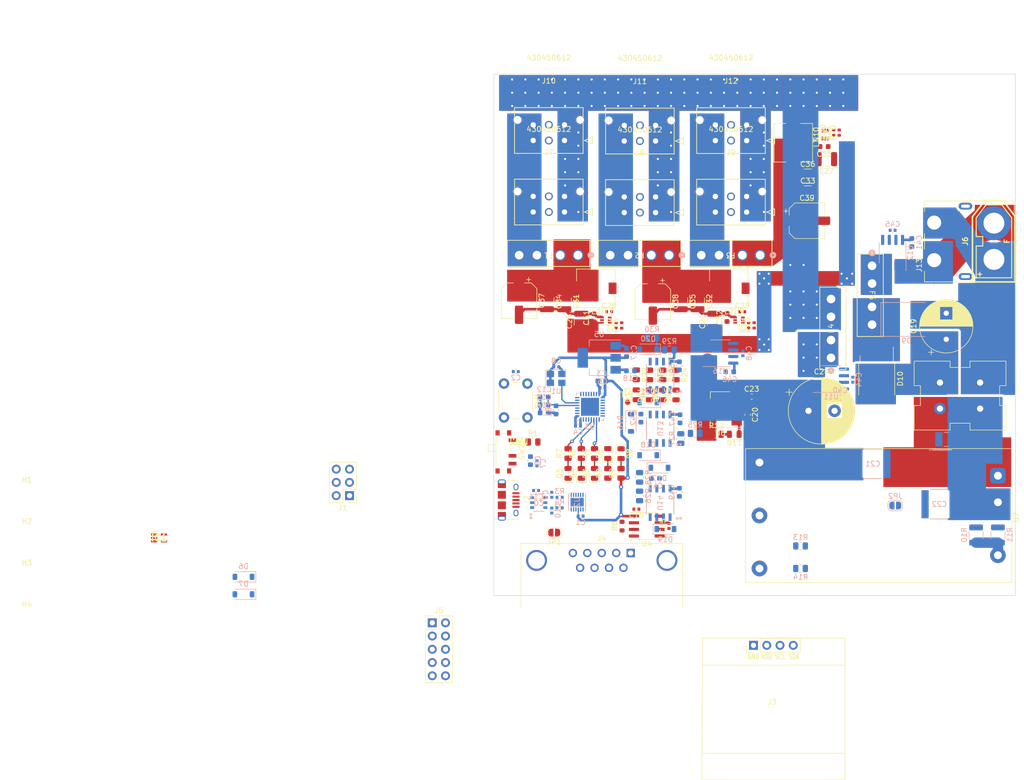
<source format=kicad_pcb>
(kicad_pcb (version 20221018) (generator pcbnew)
  (layers (0 "F.Cu" signal) (31 "B.Cu" signal) (34 "B.Paste" user) (35 "F.Paste" user) (36 "B.SilkS" user "B.Silkscreen") (37 "F.SilkS" user "F.Silkscreen") (38 "B.Mask" user) (39 "F.Mask" user) (44 "Edge.Cuts" user))
  (net 0 "")
  (net 1 "+3V3")
  (net 2 "GND")
  (net 3 "/NRST")
  (net 4 "+5V")
  (net 5 "Net-(C9-Pad2)")
  (net 6 "Net-(C10-Pad2)")
  (net 7 "VBUS_UP")
  (net 8 "+3.3VA")
  (net 9 "Net-(D10-K)")
  (net 10 "/Power/Battery_Terminal_2")
  (net 11 "/Power/DCDC_V_{in}")
  (net 12 "/Power/12V_Unsensed")
  (net 13 "Net-(JP2-B)")
  (net 14 "/Power/12V_Buck")
  (net 15 "Net-(U17-SW)")
  (net 16 "Net-(U17-BST)")
  (net 17 "Net-(U9-SW)")
  (net 18 "Net-(U9-BST)")
  (net 19 "Net-(U10-SW)")
  (net 20 "Net-(U10-BST)")
  (net 21 "/Power/5V_1")
  (net 22 "/Power/5V_2")
  (net 23 "/Power/5V_3")
  (net 24 "Net-(D16-K)")
  (net 25 "Net-(D17-K)")
  (net 26 "Net-(D18-K)")
  (net 27 "Net-(D19-K)")
  (net 28 "Net-(D21-K)")
  (net 29 "Net-(D1-K)")
  (net 30 "Net-(J2-D-)")
  (net 31 "Net-(J2-D+)")
  (net 32 "Net-(D3-A)")
  (net 33 "Net-(D4-A)")
  (net 34 "Net-(D5-A)")
  (net 35 "Net-(D8-A)")
  (net 36 "Net-(D9-K)")
  (net 37 "Net-(D11-A)")
  (net 38 "Net-(D12-A)")
  (net 39 "Net-(D13-A)")
  (net 40 "Net-(D14-A)")
  (net 41 "Net-(D15-A)")
  (net 42 "/Power/Current & Voltage Senseing/u11_unused")
  (net 43 "/Power/outputs/5V_1")
  (net 44 "/Power/outputs/5V_2")
  (net 45 "/Power/outputs/5V_3")
  (net 46 "/Power/12V_PCBs")
  (net 47 "/Power/outputs/12V_PCBs")
  (net 48 "/Power/Battery_Terminal_1")
  (net 49 "/DEBUG_SWO")
  (net 50 "/DEBUG_SWCLK")
  (net 51 "/DEBUG_SWDIO")
  (net 52 "/GPIO6")
  (net 53 "/GPIO5")
  (net 54 "/GPIO4")
  (net 55 "/GPIO3")
  (net 56 "/GPIO2")
  (net 57 "/GPIO1")
  (net 59 "/SCL")
  (net 60 "/SDA")
  (net 62 "/CAN_L")
  (net 65 "Net-(JP1-A)")
  (net 67 "/CAN_H")
  (net 72 "/Power/Battery_Terminal_1_Unsensed")
  (net 73 "Net-(SW2-B)")
  (net 74 "/BOOT0")
  (net 75 "Net-(U2-CBUS0)")
  (net 76 "Net-(U2-USBDP)")
  (net 77 "Net-(U2-USBDM)")
  (net 78 "/GPLED1")
  (net 79 "/GPLED2")
  (net 80 "/GPLED3")
  (net 81 "/Power/DCDC_CTRL")
  (net 82 "Net-(U7-Trim)")
  (net 83 "Net-(U17-FB)")
  (net 84 "Net-(U9-FB)")
  (net 85 "Net-(U10-FB)")
  (net 86 "Net-(U3-PA8)")
  (net 87 "/XCLK")
  (net 90 "/UART_RX")
  (net 92 "/UART_TX")
  (net 94 "/ADC_Battery_Voltage")
  (net 95 "/Battery_Curr")
  (net 96 "/12V_Current_Out")
  (net 97 "/ADC_12V_Voltage_Out")
  (net 98 "/12V_Current_Buck")
  (net 99 "/CAN_RX")
  (net 100 "/CAN_TX")
  (net 101 "/CAN_STBY")
  (net 102 "Net-(U15B-+)")
  (footprint "Resistor_SMD:R_0805_2012Metric" (layer "F.Cu") (at 102.5125 129.54)
    (fp_text reference "R1")
    (fp_text value "10k")
  )
  (footprint "Resistor_SMD:R_0805_2012Metric" (layer "F.Cu") (at 114.3 131.7475 90)
    (fp_text reference "R5")
    (fp_text value "220R")
  )
  (footprint "LED_SMD:LED_0805_2012Metric" (layer "F.Cu") (at 127.381 120.523 90)
    (fp_text reference "D12")
    (fp_text value "BLUE")
  )
  (footprint "Capacitor_SMD:C_0402_1005Metric" (layer "F.Cu") (at 128.57 145.65 90)
    (fp_text reference "C15")
    (fp_text value "100n")
  )
  (footprint "Package_TO_SOT_SMD:SOT-563" (layer "F.Cu") (at 158.496 70.6 90)
    (fp_text reference "U10")
    (fp_text value "AP62250Z6")
  )
  (footprint "Resistor_SMD:R_0805_2012Metric" (layer "F.Cu") (at 122.301 116.663 -90)
    (fp_text reference "R22")
    (fp_text value "560R")
  )
  (footprint "Resistor_SMD:R_0805_2012Metric" (layer "F.Cu") (at 137.655 128.067)
    (fp_text reference "R12")
    (fp_text value "560R")
  )
  (footprint "Resistor_SMD:R_0805_2012Metric" (layer "F.Cu") (at 124.841 116.688 -90)
    (fp_text reference "R23")
    (fp_text value "560R")
  )
  (footprint "Resistor_SMD:R_0603_1608Metric" (layer "F.Cu") (at 119.57 145.67 90)
    (fp_text reference "R8")
    (fp_text value "120R")
  )
  (footprint "Capacitor_SMD:CP_Elec_6.3x7.7" (layer "F.Cu") (at 99.822 102.456 -90)
    (fp_text reference "C37")
    (fp_text value "100u")
  )
  (footprint "Capacitor_SMD:C_1210_3225Metric" (layer "F.Cu") (at 130.81 102.616 -90)
    (fp_text reference "C35")
    (fp_text value "22u")
  )
  (footprint "Capacitor_SMD:C_0603_1608Metric" (layer "F.Cu") (at 144.43 120.817)
    (fp_text reference "C23")
    (fp_text value "10u")
  )
  (footprint "BP_FTP:CMC" (layer "F.Cu") (at 182.88 119.4 -90)
    (fp_text reference "FL1" hide)
    (fp_text value "Filter_EMI_LL_1423" hide)
  )
  (footprint "MountingHole:MountingHole_3.2mm_M3" (layer "F.Cu") (at 5.45 156.91)
    (fp_text reference "H3")
    (fp_text value "MountingHole")
  )
  (footprint "Button_Switch_THT:SW_PUSH_6mm_H5mm" (layer "F.Cu") (at 101.437 118.341 -90)
    (fp_text reference "SW1")
    (fp_text value "RESET")
  )
  (footprint "LED_SMD:LED_0805_2012Metric" (layer "F.Cu") (at 141.085 128.067 180)
    (fp_text reference "D11")
    (fp_text value "BLUE")
  )
  (footprint "Capacitor_SMD:C_1210_3225Metric" (layer "F.Cu") (at 155.194 81.788)
    (fp_text reference "C33")
    (fp_text value "22u")
  )
  (footprint "Package_TO_SOT_SMD:SOT-563" (layer "F.Cu") (at 141.998 106.172)
    (fp_text reference "U9")
    (fp_text value "AP62250Z6")
  )
  (footprint "BP_FTP:CON_430450612_MOL" (layer "F.Cu") (at 143.4601 85.4685)
    (fp_text reference "J9")
    (fp_text value "STD_PWR_HEADER")
  )
  (footprint "Capacitor_SMD:C_1210_3225Metric" (layer "F.Cu") (at 134.02475 102.60425 -90)
    (fp_text reference "C32")
    (fp_text value "22u")
  )
  (footprint "Resistor_SMD:R_0805_2012Metric" (layer "F.Cu") (at 111.76 131.7475 90)
    (fp_text reference "R6")
    (fp_text value "220R")
  )
  (footprint "BP_FTP:XT-60_female" (layer "F.Cu") (at 190.881 91.059 90)
    (fp_text reference "J6")
    (fp_text value "AMASS XT60-F Vertical" hide)
  )
  (footprint "BP_FTP:CON_430450612_MOL" (layer "F.Cu") (at 143.463113 71.751)
    (fp_text reference "J12")
    (fp_text value "STD_PWR_HEADER")
  )
  (footprint "Connector_PinHeader_2.54mm:PinHeader_2x05_P2.54mm_Vertical" (layer "F.Cu") (at 83.185 164.211)
    (fp_text reference "J5")
    (fp_text value "GPIO")
  )
  (footprint "Capacitor_SMD:C_0402_1005Metric" (layer "F.Cu") (at 142.621 104.57)
    (fp_text reference "C29")
    (fp_text value "100n")
  )
  (footprint "Resistor_SMD:R_0805_2012Metric" (layer "F.Cu") (at 127.381 116.688 -90)
    (fp_text reference "R15")
    (fp_text value "1k98")
  )
  (footprint "Resistor_SMD:R_0402_1005Metric" (layer "F.Cu") (at 144.907 107.186 90)
    (fp_text reference "R18")
    (fp_text value "52.3k")
  )
  (footprint "Package_TO_SOT_SMD:SOT-223-3_TabPin2" (layer "F.Cu") (at 138.405 123.317 180)
    (fp_text reference "U6")
    (fp_text value "AZ1117IH-5.0")
  )
  (footprint "Capacitor_SMD:C_0603_1608Metric" (layer "F.Cu") (at 114.173 105.742 90)
    (fp_text reference "C51")
    (fp_text value "100n")
  )
  (footprint "Capacitor_SMD:C_1210_3225Metric" (layer "F.Cu") (at 111.76 106.426 90)
    (fp_text reference "C25")
    (fp_text value "10u")
  )
  (footprint "BP_FTP:L_7.3x7.3_H3.5" (layer "F.Cu") (at 152.4 72.172 -90)
    (fp_text reference "L3")
    (fp_text value "2.2u")
  )
  (footprint "Capacitor_SMD:C_0402_1005Metric" (layer "F.Cu") (at 122.32 142.42 180)
    (fp_text reference "C16")
    (fp_text value "100n")
  )
  (footprint "BP_FTP:SOT65P210X110-5N" (layer "F.Cu") (at 30.8 147.94)
    (fp_text reference "IC1")
    (fp_text value "ESDALC6V1W5" hide)
  )
  (footprint "BP_FTP:AMASS_XT60PW-F" (layer "F.Cu") (at 179.42 91.078 90)
    (fp_text reference "J13")
    (fp_text value "AMASS XT60-F Horizontal")
  )
  (footprint "Resistor_SMD:R_0805_2012Metric" (layer "F.Cu") (at 119.38 135.5475 90)
    (fp_text reference "R9")
    (fp_text value "260R")
  )
  (footprint "Package_TO_SOT_SMD:TO-252-2" (layer "F.Cu") (at 168.402 117.426 -90)
    (fp_text reference "D10")
    (fp_text value "MBRD835")
  )
  (footprint "Resistor_SMD:R_0805_2012Metric" (layer "F.Cu") (at 109.22 131.7475 90)
    (fp_text reference "R7")
    (fp_text value "220R")
  )
  (footprint "Package_TO_SOT_SMD:SOT-563" (layer "F.Cu") (at 116.471 106.172)
    (fp_text reference "U17")
    (fp_text value "~")
  )
  (footprint "TestPoint:TestPoint_Pad_D1.0mm" (layer "F.Cu") (at 120.65 121.92)
    (fp_text reference "TP1")
    (fp_text value "MCO")
  )
  (footprint "Resistor_SMD:R_0402_1005Metric" (layer "F.Cu") (at 143.842 107.186 90)
    (fp_text reference "R19")
    (fp_text value "10k")
  )
  (footprint "BP_FTP:CONN_3544-2_KEY" (layer "F.Cu") (at 167.513 95.755998 -90)
    (fp_text reference "F5")
    (fp_text value "3544-2")
  )
  (footprint "Resistor_SMD:R_0402_1005Metric" (layer "F.Cu") (at 160.147 70.229 90)
    (fp_text reference "R21")
    (fp_text value "10k")
  )
  (footprint "Connector_PinHeader_2.54mm:PinHeader_2x03_P2.54mm_Vertical" (layer "F.Cu") (at 67.315 139.832 180)
    (fp_text reference "J1")
    (fp_text value "Conn_01x06_Pin")
  )
  (footprint "BP_FTP:CONN_3544-2_KEY" (layer "F.Cu") (at 128.5875 93.726 180)
    (fp_text reference "F2")
    (fp_text value "3544-2")
  )
  (footprint "Capacitor_SMD:C_1210_3225Metric" (layer "F.Cu") (at 137.287 106.426 90)
    (fp_text reference "C26")
    (fp_text value "10u")
  )
  (footprint "Capacitor_SMD:C_1210_3225Metric" (layer "F.Cu") (at 108.49775 102.60425 -90)
    (fp_text reference "C31")
    (fp_text value "22u")
  )
  (footprint "Jumper:SolderJumper-2_P1.3mm_Open_RoundedPad1.0x1.5mm" (layer "F.Cu") (at 106.57 146.92 180)
    (fp_text reference "JP1")
    (fp_text value "SolderJumper_2_Open")
  )
  (footprint "Connector_USB:USB_Micro-B_Amphenol_10118194_Horizontal" (layer "F.Cu") (at 97.833 140.672 -90)
    (fp_text reference "J2")
    (fp_text value "USB_B_Micro")
  )
  (footprint "LED_SMD:LED_0805_2012Metric" (layer "F.Cu") (at 122.301 120.498 90)
    (fp_text reference "D13")
    (fp_text value "BLUE")
  )
  (footprint "LED_SMD:LED_0805_2012Metric" (layer "F.Cu") (at 111.76 135.5575 90)
    (fp_text reference "D4")
    (fp_text value "RED")
  )
  (footprint "BP_FTP:L_7.3x7.3_H3.5" (layer "F.Cu") (at 140.056 100.076 180)
    (fp_text reference "L2")
    (fp_text value "2.2u")
  )
  (footprint "Capacitor_SMD:C_1210_3225Metric" (layer "F.Cu") (at 158.75 75.311 180)
    (fp_text reference "C27")
    (fp_text value "10u")
  )
  (footprint "LED_SMD:LED_0805_2012Metric" (layer "F.Cu") (at 129.921 120.523 90)
    (fp_text reference "D15")
    (fp_text value "BLUE")
  )
  (footprint "Resistor_SMD:R_0402_1005Metric" (layer "F.Cu") (at 118.442 107.19 90)
    (fp_text reference "R17")
    (fp_text value "10k")
  )
  (footprint "BP_FTP:L_7.3x7.3_H3.5" (layer "F.Cu") (at 114.554 100.076 180)
    (fp_text reference "L1")
    (fp_text value "2.2u")
  )
  (footprint "Capacitor_SMD:C_0603_1608Metric" (layer "F.Cu") (at 158.32 72.898 180)
    (fp_text reference "C53")
    (fp_text value "100n")
  )
  (footprint "Resistor_SMD:R_0402_1005Metric" (layer "F.Cu") (at 119.507 107.19 90)
    (fp_text reference "R16")
    (fp_text value "52.3k")
  )
  (footprint "BP_FTP:CON_430450612_MOL" (layer "F.Cu") (at 125.999106 71.836001)
    (fp_text reference "J11")
    (fp_text value "STD_PWR_HEADER")
  )
  (footprint "MountingHole:MountingHole_3.2mm_M3" (layer "F.Cu") (at 5.45 148.96)
    (fp_text reference "H2")
    (fp_text value "MountingHole")
  )
  (footprint "BP_FTP:CONN_3544-2_KEY" (layer "F.Cu") (at 111.125 93.726 180)
    (fp_text reference "F1")
    (fp_text value "3544-2")
  )
  (footprint "BP_FTP:CON_430450612_MOL" (layer "F.Cu") (at 125.9976 85.553501)
    (fp_text reference "J8")
    (fp_text value "STD_PWR_HEADER")
  )
  (footprint "Package_SO:SOIC-8_3.9x4.9mm_P1.27mm" (layer "F.Cu") (at 124.32 145.67 180)
    (fp_text reference "U4")
    (fp_text value "MCP2542FD-E/SN")
  )
  (footprint "Capacitor_SMD:C_0402_1005Metric" (layer "F.Cu") (at 117.094 104.57)
    (fp_text reference "C28")
    (fp_text value "100n")
  )
  (footprint "MountingHole:MountingHole_3.2mm_M3" (layer "F.Cu") (at 5.45 164.86)
    (fp_text reference "H4")
    (fp_text value "MountingHole")
  )
  (footprint "Resistor_SMD:R_0805_2012Metric" (layer "F.Cu") (at 116.84 135.5575 90)
    (fp_text reference "R2")
    (fp_text value "220R")
  )
  (footprint "Capacitor_SMD:CP_Elec_6.3x7.7" (layer "F.Cu") (at 125.476 102.616 -90)
    (fp_text reference "C38")
    (fp_text value "100u")
  )
  (footprint "BP_FTP:CON_430450612_MOL" (layer "F.Cu") (at 108.5351 85.4505)
    (fp_text reference "J7")
    (fp_text value "STD_PWR_HEADER")
  )
  (footprint "Capacitor_SMD:C_0603_1608Metric" (layer "F.Cu") (at 139.7 105.664 90)
    (fp_text reference "C52")
    (fp_text value "100n")
  )
  (footprint "Capacitor_THT:CP_Radial_D12.5mm_P5.00mm" (layer "F.Cu") (at 155.321 123.571)
    (fp_text reference "C24")
    (fp_text value "1m")
  )
  (footprint "Capacitor_SMD:C_1210_3225Metric" (layer "F.Cu") (at 105.156 102.60425 -90)
    (fp_text reference "C34")
    (fp_text value "22u")
  )
  (footprint "Converter_DCDC:Converter_DCDC_RECOM_RPA60-xxxxSFW" (layer "F.Cu") (at 191.643 136.017 -90)
    (fp_text reference "U7")
    (fp_text value "RPA60-2412SFW")
  )
  (footprint "LED_SMD:LED_0805_2012Metric" (layer "F.Cu") (at 114.3 135.5575 90)
    (fp_text reference "D3")
    (fp_text value "AMBER")
  )
  (footprint "BP_FTP:Display_128x64_096_I2C" (layer "F.Cu") (at 148.59 168.529)
    (fp_text reference "J3")
    (fp_text value "OLED")
  )
  (footprint "Capacitor_SMD:CP_Elec_6.3x7.7" (layer "F.Cu") (at 155.034 87.122)
    (fp_text reference "C39")
    (fp_text value "100u")
  )
  (footprint "Button_Switch_SMD:SW_SPDT_PCM12" (layer "F.Cu") (at 97.135 131.446 -90)
    (fp_text reference "SW2")
    (fp_text value "SW_SPDT")
  )
  (footprint "Connector_Dsub:DSUB-9_Female_Horizontal_P2.77x2.84mm_EdgePinOffset7.70mm_Housed_MountingHolesOffset9.12mm" (layer "F.Cu") (at 121.225 150.83)
    (fp_text reference "J4")
    (fp_text value "DE9_Receptacle_MountingHoles")
  )
  (footprint "Capacitor_SMD:C_0402_1005Metric" (layer "F.Cu") (at 156.894 69.977 -90)
    (fp_text reference "C30")
    (fp_text value "100n")
  )
  (footprint "Capacitor_SMD:C_0603_1608Metric" (layer "F.Cu") (at 143.655 124.317 -90)
    (fp_text reference "C20")
    (fp_text value "22u")
  )
  (footprint "BP_FTP:CON_430450612_MOL" (layer "F.Cu") (at 108.5351 71.733)
    (fp_text reference "J10")
    (fp_text value "STD_PWR_HEADER")
  )
  (footprint "Capacitor_THT:CP_Radial_D10.0mm_P5.00mm" (layer "F.Cu") (at 181.737 109.855 90)
    (fp_text reference "C19")
    (fp_text value "100u")
  )
  (footprint "LED_SMD:LED_0805_2012Metric" (layer "F.Cu") (at 119.38 131.7775 -90)
    (fp_text reference "D8")
    (fp_text value "BLUE")
  )
  (footprint "BP_FTP:CONN_3544-2_KEY" (layer "F.Cu") (at 159.639 113.411 90)
    (fp_text reference "F4")
    (fp_text value "3544-2")
  )
  (footprint "Resistor_SMD:R_0402_1005Metric" (layer "F.Cu") (at 161.212 70.229 90)
    (fp_text reference "R20")
    (fp_text value "52.3k")
  )
  (footprint "MountingHole:MountingHole_3.2mm_M3" (layer "F.Cu") (at 5.45 141.01)
    (fp_text reference "H1")
    (fp_text value "MountingHole")
  )
  (footprint "LED_SMD:LED_0805_2012Metric" (layer "F.Cu") (at 124.841 120.523 90)
    (fp_text reference "D14")
    (fp_text value "BLUE")
  )
  (footprint "Capacitor_SMD:C_1210_3225Metric" (layer "F.Cu") (at 155.18225 78.57325)
    (fp_text reference "C36")
    (fp_text value "22u")
  )
  (footprint "Resistor_SMD:R_0805_2012Metric" (layer "F.Cu") (at 129.921 116.688 -90)
    (fp_text reference "R24")
    (fp_text value "560R")
  )
  (footprint "BP_FTP:CONN_3544-2_KEY" (layer "F.Cu") (at 146.05 93.726 180)
    (fp_text reference "F3")
    (fp_text value "3544-2")
  )
  (footprint "LED_SMD:LED_0805_2012Metric" (layer "F.Cu") (at 109.22 135.5575 90)
    (fp_text reference "D5")
    (fp_text value "GREEN")
  )
  (footprint "LED_SMD:LED_0805_2012Metric" (layer "F.Cu") (at 116.84 131.7475 90)
    (fp_text reference "D1")
    (fp_text value "AMBER")
  )
  (footprint "Capacitor_SMD:C_0603_1608Metric" (layer "B.Cu") (at 125.984 136.524)
    (fp_text reference "C43")
    (fp_text value "6u")
  )
  (footprint "Resistor_SMD:R_1210_3225Metric" (layer "B.Cu") (at 187.452 147.3815 -90)
    (fp_text reference "R10")
    (fp_text value "47k")
  )
  (footprint "Capacitor_SMD:C_0603_1608Metric" (layer "B.Cu") (at 104.63475 122.405 180)
    (fp_text reference "C13")
    (fp_text value "1u")
  )
  (footprint "Capacitor_SMD:C_0603_1608Metric" (layer "B.Cu") (at 121.189 115.895)
    (fp_text reference "C18")
    (fp_text value "10u")
  )
  (footprint "Diode_SMD:D_SOD-123" (layer "B.Cu") (at 127.889 146.23415)
    (fp_text reference "D19")
    (fp_text value "MMSZ5226B-7-F")
  )
  (footprint "Capacitor_SMD:C_0402_1005Metric" (layer "B.Cu") (at 103.086002 138.849)
    (fp_text reference "C11")
    (fp_text value "100n")
  )
  (footprint "BP_FTP:CAP_2220_AVX" (layer "B.Cu") (at 180.3908 141.478 180)
    (fp_text reference "C22")
    (fp_text value "6.8n")
  )
  (footprint "BP_FTP:SO8_STM" (layer "B.Cu") (at 126.873 141.224 90)
    (fp_text reference "U14")
    (fp_text value "TSV912IDT")
  )
  (footprint "Package_SO:SOIC-8_3.9x4.9mm_P1.27mm" (layer "B.Cu") (at 159.652 117.475)
    (fp_text reference "U11")
    (fp_text value "ACS723xLCTR-10AU")
  )
  (footprint "Crystal:Crystal_SMD_3225-4Pin_3.2x2.5mm" (layer "B.Cu") (at 106.934 117.348)
    (fp_text reference "U1")
    (fp_text value "8MHz")
  )
  (footprint "Capacitor_SMD:C_0603_1608Metric" (layer "B.Cu") (at 104.63475 120.904 180)
    (fp_text reference "C12")
    (fp_text value "10u")
  )
  (footprint "Resistor_SMD:R_1210_3225Metric" (layer "B.Cu") (at 191.643 147.3815 90)
    (fp_text reference "R11")
    (fp_text value "17k")
  )
  (footprint "Diode_SMD:D_SOD-123" (layer "B.Cu") (at 46.99 158.75 180)
    (fp_text reference "D7")
    (fp_text value "MMSZ5231B-7-F")
  )
  (footprint "BP_FTP:SO8_STM" (layer "B.Cu") (at 126.873 116.84 90)
    (fp_text reference "U15")
    (fp_text value "TSV912IDT")
  )
  (footprint "BP_FTP:SO8_STM" (layer "B.Cu") (at 126.873 127 90)
    (fp_text reference "U13")
    (fp_text value "TSV912IDT")
  )
  (footprint "Resistor_SMD:R_0805_2012Metric" (layer "B.Cu") (at 125.3255 109.601 180)
    (fp_text reference "R30")
    (fp_text value "47k")
  )
  (footprint "Capacitor_SMD:C_0603_1608Metric" (layer "B.Cu") (at 140.208 116.078)
    (fp_text reference "C46")
    (fp_text value "100n")
  )
  (footprint "Capacitor_SMD:C_0603_1608Metric" (layer "B.Cu") (at 123.19 124.968 -90)
    (fp_text reference "C42")
    (fp_text value "1u")
  )
  (footprint "Capacitor_SMD:C_0402_1005Metric" (layer "B.Cu") (at 103.264 133.640001 90)
    (fp_text reference "C7")
    (fp_text value "100n")
  )
  (footprint "Resistor_SMD:R_0805_2012Metric" (layer "B.Cu") (at 153.797 149.479 180)
    (fp_text reference "R13")
    (fp_text value "R")
  )
  (footprint "BP_FTP:FT234XD-R" (layer "B.Cu") (at 110.958 141.074 -90)
    (fp_text reference "U2")
    (fp_text value "FT234XD-R")
  )
  (footprint "Capacitor_SMD:C_0402_1005Metric" (layer "B.Cu") (at 142.748 112.522 90)
    (fp_text reference "C48")
    (fp_text value "1n")
  )
  (footprint "Package_SO:SOIC-8_3.9x4.9mm_P1.27mm" (layer "B.Cu") (at 171.45 93.267 90)
    (fp_text reference "U12")
    (fp_text value "ACS723xLCTR-10AU")
  )
  (footprint "Resistor_SMD:R_0805_2012Metric" (layer "B.Cu") (at 128.651 111.887 180)
    (fp_text reference "R29")
    (fp_text value "47k")
  )
  (footprint "Capacitor_SMD:C_0603_1608Metric" (layer "B.Cu") (at 115.697 117.856 180)
    (fp_text reference "C3")
    (fp_text value "10u")
  )
  (footprint "Capacitor_SMD:C_0402_1005Metric" (layer "B.Cu") (at 171.45 88.949 180)
    (fp_text reference "C45")
    (fp_text value "1n")
  )
  (footprint "Capacitor_SMD:C_0603_1608Metric" (layer "B.Cu") (at 130.556 139.191 -90)
    (fp_text reference "C49")
    (fp_text value "100n")
  )
  (footprint "Diode_SMD:D_SOD-123" (layer "B.Cu") (at 124.587 111.76 180)
    (fp_text reference "D20")
    (fp_text value "MMSZ5226B-7-F")
  )
  (footprint "Capacitor_SMD:C_0402_1005Metric" (layer "B.Cu") (at 115.824 119.102 180)
    (fp_text reference "C6")
    (fp_text value "100n")
  )
  (footprint "Capacitor_SMD:C_0402_1005Metric" (layer "B.Cu") (at 111.125 126.492)
    (fp_text reference "C4")
    (fp_text value "100n")
  )
  (footprint "BP_FTP:SOT23-6L_STM-L" (layer "B.Cu") (at 103.601002 141.172)
    (fp_text reference "D2")
    (fp_text value "USBLC6-2SC6")
  )
  (footprint "Resistor_SMD:R_0805_2012Metric" (layer "B.Cu") (at 130.8335 128.8815 -90)
    (fp_text reference "R27")
    (fp_text value "4k7")
  )
  (footprint "Capacitor_SMD:C_0603_1608Metric" (layer "B.Cu") (at 104.63475 123.952 180)
    (fp_text reference "C14")
    (fp_text value "1u")
  )
  (footprint "Capacitor_SMD:C_0603_1608Metric" (layer "B.Cu") (at 102.014 133.120001 90)
    (fp_text reference "C5")
    (fp_text value "4u7")
  )
  (footprint "Capacitor_SMD:C_0402_1005Metric" (layer "B.Cu") (at 163.83 117.602 90)
    (fp_text reference "C44")
    (fp_text value "1n")
  )
  (footprint "Capacitor_SMD:C_0402_1005Metric" (layer "B.Cu") (at 106.101002 142.692 90)
    (fp_text reference "C10")
    (fp_text value "47p")
  )
  (footprint "BP_FTP:CAP_2220_AVX" (layer "B.Cu") (at 167.64 133.731 180)
    (fp_text reference "C21")
    (fp_text value "6.8n")
  )
  (footprint "Capacitor_SMD:C_0603_1608Metric" (layer "B.Cu") (at 175.133 91.3 90)
    (fp_text reference "C41")
    (fp_text value "100n")
  )
  (footprint "Jumper:SolderJumper-2_P1.3mm_Open_RoundedPad1.0x1.5mm" (layer "B.Cu") (at 171.958 141.732 180)
    (fp_text reference "JP2")
    (fp_text value "SolderJumper_2_Open")
  )
  (footprint "Resistor_SMD:R_0805_2012Metric" (layer "B.Cu") (at 153.797 153.797)
    (fp_text reference "R14")
    (fp_text value "R")
  )
  (footprint "Capacitor_SMD:C_0603_1608Metric" (layer "B.Cu") (at 161.417 121.031 180)
    (fp_text reference "C40")
    (fp_text value "100n")
  )
  (footprint "Diode_SMD:D_SOD-123" (layer "B.Cu") (at 124.587 132.08 180)
    (fp_text reference "D18")
    (fp_text value "MMSZ5226B-7-F")
  )
  (footprint "Resistor_SMD:R_0805_2012Metric" (layer "B.Cu") (at 122.936 139.88415 90)
    (fp_text reference "R26")
    (fp_text value "10k")
  )
  (footprint "Diode_SMD:D_SOD-123" (layer "B.Cu") (at 121.285 125.857 -90)
    (fp_text reference "D16")
    (fp_text value "MMSZ5226B-7-F")
  )
  (footprint "Capacitor_SMD:C_0603_1608Metric" (layer "B.Cu") (at 120.439 112.395 90)
    (fp_text reference "C17")
    (fp_text value "22u")
  )
  (footprint "Capacitor_SMD:C_0402_1005Metric" (layer "B.Cu") (at 106.101002 139.672 -90)
    (fp_text reference "C9")
    (fp_text value "47p")
  )
  (footprint "Capacitor_SMD:C_0402_1005Metric" (layer "B.Cu") (at 99.2 116.055)
    (fp_text reference "C2")
    (fp_text value "100n")
  )
  (footprint "Diode_SMD:D_SOD-123" (layer "B.Cu") (at 124.587 121.92 180)
    (fp_text reference "D21")
    (fp_text value "MMSZ5226B-7-F")
  )
  (footprint "Capacitor_SMD:C_0402_1005Metric" (layer "B.Cu") (at 106.954 115.138 180)
    (fp_text reference "C8")
    (fp_text value "100n")
  )
  (footprint "Resistor_SMD:R_0402_1005Metric" (layer "B.Cu") (at 107.601002 142.172 180)
    (fp_text reference "R4")
    (fp_text value "27R")
  )
  (footprint "Resistor_SMD:R_0805_2012Metric" (layer "B.Cu") (at 122.936 136.32815 90)
    (fp_text reference "R28")
    (fp_text value "1k02")
  )
  (footprint "Diode_SMD:D_SOD-123" (layer "B.Cu") (at 126.746 134.492)
    (fp_text reference "D17")
    (fp_text value "MMSZ5226B-7-F")
  )
  (footprint "Diode_SMD:D_SMC" (layer "B.Cu") (at 174.117 106.045)
    (fp_text reference "D9")
    (fp_text value "S10ML-TP")
  )
  (footprint "Diode_SMD:D_SOD-123" (layer "B.Cu") (at 46.99 155.4 180)
    (fp_text reference "D6")
    (fp_text value "MMSZ5226B-7-F")
  )
  (footprint "Capacitor_SMD:C_0402_1005Metric" (layer "B.Cu") (at 111.633 143.764)
    (fp_text reference "C1")
    (fp_text value "100n")
  )
  (footprint "Package_DFN_QFN:QFN-32-1EP_5x5mm_P0.5mm_EP3.45x3.45mm" (layer "B.Cu") (at 113.424 122.793)
    (fp_text reference "U3")
    (fp_text value "STM32L432KCUx")
  )
  (footprint "Inductor_SMD:L_0603_1608Metric" (layer "B.Cu") (at 106.92075 123.405 -90)
    (fp_text reference "FB1")
    (fp_text value "300R")
  )
  (footprint "BP_FTP:CAPC3225X270N" (layer "B.Cu") (at 181.737 129.032)
    (fp_text reference "needstobe50V1")
    (fp_text value "10u")
  )
  (footprint "Resistor_SMD:R_0805_2012Metric" (layer "B.Cu") (at 133.604 127.889 180)
    (fp_text reference "R25")
    (fp_text value "28k7")
  )
  (footprint "Resistor_SMD:R_0402_1005Metric" (layer "B.Cu") (at 107.601002 140.172 180)
    (fp_text reference "R3")
    (fp_text value "27R")
  )
  (footprint "Capacitor_SMD:C_0603_1608Metric" (layer "B.Cu") (at 130.556 114.935 -90)
    (fp_text reference "C50")
    (fp_text value "100n")
  )
  (footprint "Package_TO_SOT_SMD:SOT-223-3_TabPin2" (layer "B.Cu") (at 115.189 113.395 180)
    (fp_text reference "U5")
    (fp_text value "AZ1117-3.3")
  )
  (footprint "Capacitor_SMD:C_0603_1608Metric" (layer "B.Cu") (at 130.683 125.095 -90)
    (fp_text reference "C47")
    (fp_text value "100n")
  )
  (footprint "Package_SO:SOIC-8_3.9x4.9mm_P1.27mm" (layer "B.Cu") (at 138.43 112.522)
    (fp_text reference "U16")
    (fp_text value "ACS723xLCTR-10AU")
  )
  (gr_rect (start 95 59) (end 195 159) (stroke (width 0.1)) (fill none) (layer "Edge.Cuts"))
  (gr_text "MCU" (at 98 130) (layer "F.SilkS" knockout) (effects (font (size 1 1) (thickness 0.2) bold italic) (justify left bottom)))
  (segment (start 121.845 143.765) (end 119.635 143.765) (width 0.5) (layer "F.Cu") (net 1))
  (segment (start 119.635 143.765) (end 119.38 143.51) (width 0.5) (layer "F.Cu") (net 1))
  (segment (start 119.38 138.176) (end 119.38 136.46) (width 0.5) (layer "F.Cu") (net 1))
  (segment (start 120.588 136.46) (end 119.38 136.46) (width 0.5) (layer "F.Cu") (net 1))
  (segment (start 120.65 136.398) (end 120.588 136.46) (width 0.5) (layer "F.Cu") (net 1))
  (via (at 120.65 136.398) (size 0.8) (drill 0.4) (layers "F.Cu" "B.Cu") (net 1))
  (via (at 119.38 143.51) (size 0.8) (drill 0.4) (layers "F.Cu" "B.Cu") (net 1))
  (via (at 119.38 138.176) (size 0.8) (drill 0.4) (layers "F.Cu" "B.Cu") (net 1))
  (segment (start 107.585 113.395) (end 106.474 114.506) (width 0.5) (layer "B.Cu") (net 1))
  (segment (start 118.366 144.524) (end 119.38 143.51) (width 0.5) (layer "B.Cu") (net 1))
  (segment (start 106.474 115.138) (end 105.834 115.778) (width 0.5) (layer "B.Cu") (net 1))
  (segment (start 110.645 124.8845) (end 110.9115 124.618) (width 0.5) (layer "B.Cu") (net 1))
  (segment (start 112.039 113.395) (end 115.951 113.395) (width 0.5) (layer "B.Cu") (net 1))
  (segment (start 120.65 136.398) (end 120.65 129.413) (width 0.5) (layer "B.Cu") (net 1))
  (segment (start 112.039 113.395) (end 107.585 113.395) (width 0.5) (layer "B.Cu") (net 1))
  (segment (start 115.951 113.395) (end 118.339 113.395) (width 0.5) (layer "B.Cu") (net 1))
  (segment (start 116.304 119.102) (end 116.304 118.024) (width 0.5) (layer "B.Cu") (net 1))
  (segment (start 106.474 114.506) (end 106.474 115.138) (width 0.5) (layer "B.Cu") (net 1))
  (segment (start 116.332 119.13) (end 116.304 119.102) (width 0.5) (layer "B.Cu") (net 1))
  (segment (start 120.65 129.413) (end 119.507 128.27) (width 0.5) (layer "B.Cu") (net 1))
  (segment (start 111.183001 143.733999) (end 111.153 143.764) (width 0.2) (layer "B.Cu") (net 1))
  (segment (start 116.332 120.4975) (end 116.332 119.13) (width 0.5) (layer "B.Cu") (net 1))
  (segment (start 120.214 113.395) (end 120.439 113.17) (width 0.5) (layer "B.Cu") (net 1))
  (segment (start 111.153 143.764) (end 111.153 144.014) (width 0.5) (layer "B.Cu") (net 1))
  (segment (start 119.507 119.634) (end 117.729 117.856) (width 0.5) (layer "B.Cu") (net 1))
  (segment (start 116.304 118.024) (end 116.472 117.856) (width 0.5) (layer "B.Cu") (net 1))
  (segment (start 118.339 113.395) (end 120.214 113.395) (width 0.5) (layer "B.Cu") (net 1))
  (segment (start 105.834 116.498) (end 105.834 118.198) (width 0.5) (layer "B.Cu") (net 1))
  (segment (start 116.459 113.903) (end 116.459 117.843) (width 0.5) (layer "B.Cu") (net 1))
  (segment (start 119.507 128.27) (end 119.507 119.634) (width 0.5) (layer "B.Cu") (net 1))
  (segment (start 116.332 120.4975) (end 115.8615 120.968) (width 0.5) (layer "B.Cu") (net 1))
  (segment (start 105.40975 123.952) (end 106.68025 123.952) (width 0.5) (layer "B.Cu") (net 1))
  (segment (start 106.68025 123.952) (end 106.92075 124.1925) (width 0.5) (layer "B.Cu") (net 1))
  (segment (start 110.645 126.492) (end 110.645 124.8845) (width 0.5) (layer "B.Cu") (net 1))
  (segment (start 110.9115 124.618) (end 110.9865 124.618) (width 0.5) (layer "B.Cu") (net 1))
  (segment (start 119.38 143.51) (end 119.38 138.176) (width 0.5) (layer "B.Cu") (net 1))
  (segment (start 111.663 144.524) (end 118.366 144.524) (width 0.5) (layer "B.Cu") (net 1))
  (segment (start 105.834 115.778) (end 105.834 116.498) (width 0.5) (layer "B.Cu") (net 1))
  (segment (start 116.459 117.843) (end 116.472 117.856) (width 0.5) (layer "B.Cu") (net 1))
  (segment (start 115.951 113.395) (end 116.459 113.903) (width 0.5) (layer "B.Cu") (net 1))
  (segment (start 111.183001 142.471) (end 111.183001 143.733999) (width 0.2) (layer "B.Cu") (net 1))
  (segment (start 111.153 144.014) (end 111.663 144.524) (width 0.5) (layer "B.Cu") (net 1))
  (segment (start 117.729 117.856) (end 116.472 117.856) (width 0.5) (layer "B.Cu") (net 1))
  (segment (start 130.82175 104.07925) (end 130.81 104.091) (width 0.5) (layer "F.Cu") (net 2))
  (segment (start 142.08 125.092) (end 141.555 125.617) (width 0.5) (layer "F.Cu") (net 2))
  (segment (start 142.0225 128.067) (end 142.0225 126.0845) (width 0.5) (layer "F.Cu") (net 2))
  (segment (start 145.205 124.767) (end 144.88 125.092) (width 0.5) (layer "F.Cu") (net 2))
  (segment (start 114.758 105.552) (end 115.721 105.552) (width 0.5) (layer "F.Cu") (net 2))
  (segment (start 126.701 104.091) (end 125.476 105.316) (width 0.5) (layer "F.Cu") (net 2))
  (segment (start 105.156 104.07925) (end 100.89875 104.07925) (width 0.5) (layer "F.Cu") (net 2))
  (segment (start 144.88 125.092) (end 143.655 125.092) (width 0.5) (layer "F.Cu") (net 2))
  (segment (start 139.7 104.889) (end 140.363 105.552) (width 0.5) (layer "F.Cu") (net 2))
  (segment (start 134.02475 104.07925) (end 130.82175 104.07925) (width 0.5) (layer "F.Cu") (net 2))
  (segment (start 142.0225 126.0845) (end 141.555 125.617) (width 0.5) (layer "F.Cu") (net 2))
  (segment (start 137.287 104.951) (end 134.8965 104.951) (width 0.5) (layer "F.Cu") (net 2))
  (segment (start 143.655 125.092) (end 142.08 125.092) (width 0.5) (layer "F.Cu") (net 2))
  (segment (start 139.7 104.889) (end 137.349 104.889) (width 0.5) (layer "F.Cu") (net 2))
  (segment (start 140.363 105.552) (end 141.248 105.552) (width 0.5) (layer "F.Cu") (net 2))
  (segment (start 114.173 104.967) (end 114.758 105.552) (width 0.5) (layer "F.Cu") (net 2))
  (segment (start 100.89875 104.07925) (end 99.822 105.156) (width 0.5) (layer "F.Cu") (net 2))
  (segment (start 134.8965 104.951) (end 134.02475 104.07925) (width 0.5) (layer "F.Cu") (net 2))
  (segment (start 108.49775 104.07925) (end 105.156 104.07925) (width 0.5) (layer "F.Cu") (net 2))
  (segment (start 109.3695 104.951) (end 108.49775 104.07925) (width 0.5) (layer "F.Cu") (net 2))
  (segment (start 130.81 104.091) (end 126.701 104.091) (width 0.5) (layer "F.Cu") (net 2))
  (segment (start 137.349 104.889) (end 137.287 104.951) (width 0.5) (layer "F.Cu") (net 2))
  (segment (start 111.776 104.967) (end 111.76 104.951) (width 0.5) (layer "F.Cu") (net 2))
  (segment (start 111.76 104.951) (end 109.3695 104.951) (width 0.5) (layer "F.Cu") (net 2))
  (segment (start 145.205 120.817) (end 145.205 124.767) (width 0.5) (layer "F.Cu") (net 2))
  (segment (start 114.173 104.967) (end 111.776 104.967) (width 0.5) (layer "F.Cu") (net 2))
  (segment (start 103.85975 123.952) (end 103.85975 122.405) (width 0.5) (layer "B.Cu") (net 2))
  (segment (start 114.922 118.68) (end 115.344 119.102) (width 0.5) (layer "B.Cu") (net 2))
  (segment (start 108.034 115.738) (end 107.434 115.138) (width 0.5) (layer "B.Cu") (net 2))
  (segment (start 115.344 119.102) (end 115.249 119.197) (width 0.5) (layer "B.Cu") (net 2))
  (segment (start 115.249 119.197) (end 115.249 120.3555) (width 0.5) (layer "B.Cu") (net 2))
  (segment (start 108.034 116.498) (end 108.034 115.738) (width 0.5) (layer "B.Cu") (net 2))
  (segment (start 111.605 126.492) (end 111.599 126.486) (width 0.5) (layer "B.Cu") (net 2))
  (segment (start 119.914 111.095) (end 120.439 111.62) (width 0.5) (layer "B.Cu") (net 2))
  (segment (start 103.85975 120.904) (end 103.85975 122.405) (width 0.5) (layer "B.Cu") (net 2))
  (segment (start 114.922 117.856) (end 114.922 118.68) (width 0.5) (layer "B.Cu") (net 2))
  (segment (start 118.339 111.095) (end 119.914 111.095) (width 0.5) (layer "B.Cu") (net 2))
  (segment (start 111.599 126.486) (end 111.599 125.2305) (width 0.5) (layer "B.Cu") (net 2))
  (segment (start 136.7425 128.067) (end 135.255 126.5795) (width 0.5) (layer "F.Cu") (net 4))
  (segment (start 141.555 123.317) (end 143.43 123.317) (width 0.5) (layer "F.Cu") (net 4))
  (segment (start 128.435 145.035) (end 128.57 145.17) (width 0.5) (layer "F.Cu") (net 4))
  (segment (start 126.795 145.035) (end 128.435 145.035) (width 0.5) (layer "F.Cu") (net 4))
  (segment (start 143.43 123.317) (end 143.655 123.542) (width 0.5) (layer "F.Cu") (net 4))
  (segment (start 141.555 123.317) (end 135.255 123.317) (width 0.5) (layer "F.Cu") (net 4))
  (segment (start 135.255 126.5795) (end 135.255 123.317) (width 0.5) (layer "F.Cu") (net 4))
  (segment (start 174.866 90.792) (end 175.133 90.525) (width 0.5) (layer "B.Cu") (net 4))
  (segment (start 162.127 119.38) (end 162.127 120.966) (width 0.5) (layer "B.Cu") (net 4))
  (segment (start 118.339 115.695) (end 120.214 115.695) (width 0.5) (layer "B.Cu") (net 4))
  (segment (start 130.51185 114.11585) (end 130.556 114.16) (width 0.5) (layer "B.Cu") (net 4))
  (segment (start 173.355 90.792) (end 174.866 90.792) (width 0.5) (layer "B.Cu") (net 4))
  (segment (start 141.097 114.427) (end 141.097 115.964) (width 0.5) (layer "B.Cu") (net 4))
  (segment (start 130.47215 138.49985) (end 130.556 138.416) (width 0.5) (layer "B.Cu") (net 4))
  (segment (start 128.778 138.49985) (end 130.47215 138.49985) (width 0.5) (layer "B.Cu") (net 4))
  (segment (start 129.5635 113.33035) (end 128.778 114.11585) (width 0.5) (layer "B.Cu") (net 4))
  (segment (start 128.778 124.27585) (end 130.63885 124.27585) (width 0.5) (layer "B.Cu") (net 4))
  (segment (start 162.127 120.966) (end 162.192 121.031) (width 0.5) (layer "B.Cu") (net 4))
  (segment (start 140.905 114.427) (end 141.097 114.427) (width 0.5) (layer "B.Cu") (net 4))
  (segment (start 141.097 115.964) (end 140.983 116.078) (width 0.5) (layer "B.Cu") (net 4))
  (segment (start 129.5635 111.887) (end 129.5635 113.33035) (width 0.5) (layer "B.Cu") (net 4))
  (segment (start 128.778 114.11585) (end 130.51185 114.11585) (width 0.5) (layer "B.Cu") (net 4))
  (segment (start 120.214 115.695) (end 120.414 115.895) (width 0.5) (layer "B.Cu") (net 4))
  (segment (start 130.63885 124.27585) (end 130.683 124.32) (width 0.5) (layer "B.Cu") (net 4))
  (segment (start 105.40975 120.904) (end 105.40975 122.405) (width 0.25) (layer "B.Cu") (net 8))
  (segment (start 106.99525 122.543) (end 110.9865 122.543) (width 0.25) (layer "B.Cu") (net 8))
  (segment (start 106.70825 122.405) (end 106.92075 122.6175) (width 0.25) (layer "B.Cu") (net 8))
  (segment (start 105.40975 122.405) (end 106.70825 122.405) (width 0.25) (layer "B.Cu") (net 8))
  (segment (start 106.92075 122.6175) (end 106.99525 122.543) (width 0.25) (layer "B.Cu") (net 8))
  (segment (start 180.53 111.062) (end 181.737 109.855) (width 2) (layer "F.Cu") (net 9))
  (segment (start 180.53 118.15) (end 180.53 111.062) (width 2) (layer "F.Cu") (net 9))
  (segment (start 179.994 118.686) (end 180.53 118.15) (width 2) (layer "F.Cu") (net 9))
  (segment (start 168.402 118.686) (end 179.994 118.686) (width 2) (layer "F.Cu") (net 9))
  (segment (start 184.832 104.855) (end 190.881 98.806) (width 2) (layer "F.Cu") (net 10))
  (segment (start 190.881 98.806) (end 190.881 94.534) (width 2) (layer "F.Cu") (net 10))
  (segment (start 181.737 104.855) (end 184.832 104.855) (width 2) (layer "F.Cu") (net 10))
  (segment (start 182.347 87.478) (end 189.403 94.534) (width 2) (layer "B.Cu") (net 10))
  (segment (start 180.547 106.045) (end 181.737 104.855) (width 2) (layer "B.Cu") (net 10))
  (segment (start 189.403 94.534) (end 190.881 94.534) (width 2) (layer "B.Cu") (net 10))
  (segment (start 177.517 106.045) (end 180.547 106.045) (width 2) (layer "B.Cu") (net 10))
  (segment (start 179.42 87.478) (end 182.347 87.478) (width 2) (layer "B.Cu") (net 10))
  (segment (start 187.071 136.017) (end 191.643 136.017) (width 2) (layer "F.Cu") (net 11))
  (segment (start 180.53 123.15) (end 180.53 129.476) (width 2) (layer "F.Cu") (net 11))
  (segment (start 180.53 129.476) (end 187.071 136.017) (width 2) (layer "F.Cu") (net 11))
  (segment (start 155.321 123.571) (end 155.321 121.236) (width 2) (layer "B.Cu") (net 12))
  (segment (start 155.321 123.571) (end 147.193 123.571) (width 2) (layer "B.Cu") (net 12))
  (segment (start 145.288 121.92) (end 145.923 122.555) (width 2) (layer "B.Cu") (net 12))
  (segment (start 135.955 114.427) (end 135.955 113.538) (width 2) (layer "B.Cu") (net 12))
  (segment (start 145.923 124.841) (end 145.923 133.477) (width 2) (layer "B.Cu") (net 12))
  (segment (start 134.5165 127.889) (end 134.5165 115.8655) (width 0.3) (layer "B.Cu") (net 12))
  (segment (start 135.955 113.538) (end 135.955 113.157) (width 0.3) (layer "B.Cu") (net 12))
  (segment (start 134.5165 115.8655) (end 135.955 114.427) (width 0.3) (layer "B.Cu") (net 12))
  (segment (start 137.922 121.92) (end 145.288 121.92) (width 2) (layer "B.Cu") (net 12))
  (segment (start 135.955 114.427) (end 135.955 119.953) (width 2) (layer "B.Cu") (net 12))
  (segment (start 147.193 123.571) (end 145.923 124.841) (width 2) (layer "B.Cu") (net 12))
  (segment (start 145.923 122.555) (end 145.923 124.841) (width 2) (layer "B.Cu") (net 12))
  (segment (start 135.955 119.953) (end 137.922 121.92) (width 2) (layer "B.Cu") (net 12))
  (segment (start 155.321 121.236) (end 157.177 119.38) (width 2) (layer "B.Cu") (net 12))
  (segment (start 188.23 123.15) (end 187.873 123.15) (width 2) (layer "B.Cu") (net 13))
  (segment (start 186.1132 138.6152) (end 186.1132 132.3922) (width 2) (layer "B.Cu") (net 13))
  (segment (start 186.1132 132.3922) (end 183.158 129.437) (width 2) (layer "B.Cu") (net 13))
  (segment (start 187.873 123.15) (end 183.158 127.865) (width 2) (layer "B.Cu") (net 13))
  (segment (start 191.643 141.097) (end 188.595 141.097) (width 2) (layer "B.Cu") (net 13))
  (segment (start 188.595 141.097) (end 186.1132 138.6152) (width 2) (layer "B.Cu") (net 13))
  (segment (start 183.158 127.865) (end 183.158 129.032) (width 2) (layer "B.Cu") (net 13))
  (segment (start 183.158 129.437) (end 183.158 129.032) (width 2) (layer "B.Cu") (net 13))
  (segment (start 114.348 106.692) (end 115.721 106.692) (width 0.3) (layer "F.Cu") (net 14))
  (segment (start 114.267 110.408) (end 111.76 107.901) (width 2) (layer "F.Cu") (net 14))
  (segment (start 114.173 106.517) (end 114.348 106.692) (width 0.3) (layer "F.Cu") (net 14))
  (segment (start 134.78 110.408) (end 114.267 110.408) (width 2) (layer "F.Cu") (net 14))
  (segment (start 114.173 106.517) (end 114.328 106.672) (width 0.25) (layer "F.Cu") (net 14))
  (segment (start 114.448 106.242) (end 114.173 106.517) (width 0.254) (layer "F.Cu") (net 14))
  (segment (start 141.555 121.017) (end 143.455 121.017) (width 0.5) (layer "F.Cu") (net 14))
  (segment (start 114.328 106.672) (end 115.721 106.672) (width 0.25) (layer "F.Cu") (net 14))
  (segment (start 144.063 110.408) (end 144.526 110.871) (width 2) (layer "F.Cu") (net 14))
  (segment (start 137.287 107.901) (end 134.78 110.408) (width 2) (layer "F.Cu") (net 14))
  (segment (start 143.455 121.017) (end 143.655 120.817) (width 0.5) (layer "F.Cu") (net 14))
  (segment (start 134.78 110.408) (end 144.063 110.408) (width 2) (layer "F.Cu") (net 14))
  (via (at 161.671 97.282) (size 0.8) (drill 0.4) (layers "F.Cu" "B.Cu") (net 14))
  (via (at 161.671 99.187) (size 0.8) (drill 0.4) (layers "F.Cu" "B.Cu") (net 14))
  (via (at 145.923 97.282) (size 0.8) (drill 0.4) (layers "F.Cu" "B.Cu") (net 14))
  (via (at 147.701 111.887) (size 0.8) (drill 0.4) (layers "F.Cu" "B.Cu") (net 14))
  (via (at 147.701 109.855) (size 0.8) (drill 0.4) (layers "F.Cu" "B.Cu") (net 14))
  (via (at 146.812 98.171) (size 0.8) (drill 0.4) (layers "F.Cu" "B.Cu") (net 14))
  (via (at 145.923 111.887) (size 0.8) (drill 0.4) (layers "F.Cu" "B.Cu") (net 14))
  (via (at 145.923 109.855) (size 0.8) (drill 0.4) (layers "F.Cu" "B.Cu") (net 14))
  (via (at 147.701 97.282) (size 0.8) (drill 0.4) (layers "F.Cu" "B.Cu") (net 14))
  (via (at 146.812 110.871) (size 0.8) (drill 0.4) (layers "F.Cu" "B.Cu") (net 14))
  (via (at 162.687 98.171) (size 0.8) (drill 0.4) (layers "F.Cu" "B.Cu") (net 14))
  (via (at 163.703 99.187) (size 0.8) (drill 0.4) (layers "F.Cu" "B.Cu") (net 14))
  (via (at 145.923 99.187) (size 0.8) (drill 0.4) (layers "F.Cu" "B.Cu") (net 14))
  (via (at 147.701 99.187) (size 0.8) (drill 0.4) (layers "F.Cu" "B.Cu") (net 14))
  (via (at 163.703 97.282) (size 0.8) (drill 0.4) (layers "F.Cu" "B.Cu") (net 14))
  (segment (start 116.84 134.645) (end 116.84 132.685) (width 0.25) (layer "F.Cu") (net 29))
  (segment (start 114.3 132.66) (end 114.3 134.62) (width 0.25) (layer "F.Cu") (net 32))
  (segment (start 111.76 134.62) (end 111.76 132.66) (width 0.25) (layer "F.Cu") (net 33))
  (segment (start 109.22 132.66) (end 109.22 134.62) (width 0.25) (layer "F.Cu") (net 34))
  (segment (start 119.38 134.635) (end 119.38 132.715) (width 0.25) (layer "F.Cu") (net 35))
  (segment (start 166.37 103.632) (end 166.37 107.038002) (width 2) (layer "F.Cu") (net 36))
  (segment (start 166.37 112.138) (end 166.122 112.386) (width 2) (layer "F.Cu") (net 36))
  (segment (start 166.37 107.038002) (end 166.37 112.138) (width 2) (layer "F.Cu") (net 36))
  (segment (start 166.122 112.386) (end 170.682 112.386) (width 2) (layer "F.Cu") (net 36))
  (segment (start 170.717 106.045) (end 168.783 106.045) (width 2) (layer "B.Cu") (net 36))
  (segment (start 170.717 106.045) (end 167.363002 106.045) (width 2) (layer "B.Cu") (net 36))
  (segment (start 168.783 106.045) (end 166.37 103.632) (width 2) (layer "B.Cu") (net 36))
  (segment (start 167.363002 106.045) (end 166.37 107.038002) (width 2) (layer "B.Cu") (net 36))
  (segment (start 140.1475 128.067) (end 138.5675 128.067) (width 0.5) (layer "F.Cu") (net 37))
  (segment (start 126.238 109.601) (end 126.238 111.759) (width 0.25) (layer "B.Cu") (net 42))
  (segment (start 126.238 111.759) (end 126.237 111.76) (width 0.25) (layer "B.Cu") (net 42))
  (segment (start 127.6115 111.76) (end 127.7385 111.887) (width 0.25) (layer "B.Cu") (net 42))
  (segment (start 126.237 111.76) (end 127.6115 111.76) (width 0.25) (layer "B.Cu") (net 42))
  (via (at 154.375 113.376) (size 0.8) (drill 0.4) (layers "F.Cu" "B.Cu") (net 46))
  (via (at 156.915 113.376) (size 0.8) (drill 0.4) (layers "F.Cu" "B.Cu") (net 46))
  (via (at 154.375 115.916) (size 0.8) (drill 0.4) (layers "F.Cu" "B.Cu") (net 46))
  (via (at 156.915 110.836) (size 0.8) (drill 0.4) (layers "F.Cu" "B.Cu") (net 46))
  (via (at 154.375 110.836) (size 0.8) (drill 0.4) (layers "F.Cu" "B.Cu") (net 46))
  (via (at 128.975 77.816) (size 0.8) (drill 0.4) (layers "F.Cu" "B.Cu") (net 47))
  (via (at 151.835 95.596) (size 0.8) (drill 0.4) (layers "F.Cu" "B.Cu") (net 47))
  (via (at 151.835 60.036) (size 0.8) (drill 0.4) (layers "F.Cu" "B.Cu") (net 47))
  (via (at 101.035 60.036) (size 0.8) (drill 0.4) (layers "F.Cu" "B.Cu") (net 47))
  (via (at 111.195 60.036) (size 0.8) (drill 0.4) (layers "F.Cu" "B.Cu") (net 47))
  (via (at 151.835 100.676) (size 0.8) (drill 0.4) (layers "F.Cu" "B.Cu") (net 47))
  (via (at 113.735 60.036) (size 0.8) (drill 0.4) (layers "F.Cu" "B.Cu") (net 47))
  (via (at 146.755 70.196) (size 0.8) (drill 0.4) (layers "F.Cu" "B.Cu") (net 47))
  (via (at 134.055 60.036) (size 0.8) (drill 0.4) (layers "F.Cu" "B.Cu") (net 47))
  (via (at 128.975 75.276) (size 0.8) (drill 0.4) (layers "F.Cu" "B.Cu") (net 47))
  (via (at 141.675 62.576) (size 0.8) (drill 0.4) (layers "F.Cu" "B.Cu") (net 47))
  (via (at 156.915 62.576) (size 0.8) (drill 0.4) (layers "F.Cu" "B.Cu") (net 47))
  (via (at 126.435 80.356) (size 0.8) (drill 0.4) (layers "F.Cu" "B.Cu") (net 47))
  (via (at 116.275 62.576) (size 0.8) (drill 0.4) (layers "F.Cu" "B.Cu") (net 47))
  (via (at 128.975 60.036) (size 0.8) (drill 0.4) (layers "F.Cu" "B.Cu") (net 47))
  (via (at 146.755 75.276) (size 0.8) (drill 0.4) (layers "F.Cu" "B.Cu") (net 47))
  (via (at 128.975 65.116) (size 0.8) (drill 0.4) (layers "F.Cu" "B.Cu") (net 47))
  (via (at 108.655 62.576) (size 0.8) (drill 0.4) (layers "F.Cu" "B.Cu") (net 47))
  (via (at 144.215 77.816) (size 0.8) (drill 0.4) (layers "F.Cu" "B.Cu") (net 47))
  (via (at 126.435 65.116) (size 0.8) (drill 0.4) (layers "F.Cu" "B.Cu") (net 47))
  (via (at 128.975 62.576) (size 0.8) (drill 0.4) (layers "F.Cu" "B.Cu") (net 47))
  (via (at 123.895 62.576) (size 0.8) (drill 0.4) (layers "F.Cu" "B.Cu") (net 47))
  (via (at 154.375 100.676) (size 0.8) (drill 0.4) (layers "F.Cu" "B.Cu") (net 47))
  (via (at 131.515 60.036) (size 0.8) (drill 0.4) (layers "F.Cu" "B.Cu") (net 47))
  (via (at 103.575 62.576) (size 0.8) (drill 0.4) (layers "F.Cu" "B.Cu") (net 47))
  (via (at 121.355 62.576) (size 0.8) (drill 0.4) (layers "F.Cu" "B.Cu") (net 47))
  (via (at 113.735 65.116) (size 0.8) (drill 0.4) (layers "F.Cu" "B.Cu") (net 47))
  (via (at 151.835 62.576) (size 0.8) (drill 0.4) (layers "F.Cu" "B.Cu") (net 47))
  (via (at 101.035 62.576) (size 0.8) (drill 0.4) (layers "F.Cu" "B.Cu") (net 47))
  (via (at 146.755 77.816) (size 0.8) (drill 0.4) (layers "F.Cu" "B.Cu") (net 47))
  (via (at 123.895 65.116) (size 0.8) (drill 0.4) (layers "F.Cu" "B.Cu") (net 47))
  (via (at 134.055 65.116) (size 0.8) (drill 0.4) (layers "F.Cu" "B.Cu") (net 47))
  (via (at 118.815 62.576) (size 0.8) (drill 0.4) (layers "F.Cu" "B.Cu") (net 47))
  (via (at 136.595 65.116) (size 0.8) (drill 0.4) (layers "F.Cu" "B.Cu") (net 47))
  (via (at 136.595 60.036) (size 0.8) (drill 0.4) (layers "F.Cu" "B.Cu") (net 47))
  (via (at 156.915 105.756) (size 0.8) (drill 0.4) (layers "F.Cu" "B.Cu") (net 47))
  (via (at 106.115 65.116) (size 0.8) (drill 0.4) (layers "F.Cu" "B.Cu") (net 47))
  (via (at 111.195 72.736) (size 0.8) (drill 0.4) (layers "F.Cu" "B.Cu") (net 47))
  (via (at 161.995 60.036) (size 0.8) (drill 0.4) (layers "F.Cu" "B.Cu") (net 47))
  (via (at 111.195 77.816) (size 0.8) (drill 0.4) (layers "F.Cu" "B.Cu") (net 47))
  (via (at 98.495 62.576) (size 0.8) (drill 0.4) (layers "F.Cu" "B.Cu") (net 47))
  (via (at 118.815 60.036) (size 0.8) (drill 0.4) (layers "F.Cu" "B.Cu") (net 47))
  (via (at 146.755 60.036) (size 0.8) (drill 0.4) (layers "F.Cu" "B.Cu") (net 47))
  (via (at 108.655 60.036) (size 0.8) (drill 0.4) (layers "F.Cu" "B.Cu") (net 47))
  (via (at 154.375 62.576) (size 0.8) (drill 0.4) (layers "F.Cu" "B.Cu") (net 47))
  (via (at 108.655 80.356) (size 0.8) (drill 0.4) (layers "F.Cu" "B.Cu") (net 47))
  (via (at 98.495 60.036) (size 0.8) (drill 0.4) (layers "F.Cu" "B.Cu") (net 47))
  (via (at 121.355 65.116) (size 0.8) (drill 0.4) (layers "F.Cu" "B.Cu") (net 47))
  (via (at 146.755 85.436) (size 0.8) (drill 0.4) (layers "F.Cu" "B.Cu") (net 47))
  (via (at 154.375 103.216) (size 0.8) (drill 0.4) (layers "F.Cu" "B.Cu") (net 47))
  (via (at 111.195 62.576) (size 0.8) (drill 0.4) (layers "F.Cu" "B.Cu") (net 47))
  (via (at 108.655 75.276) (size 0.8) (drill 0.4) (layers "F.Cu" "B.Cu") (net 47))
  (via (at 103.575 60.036) (size 0.8) (drill 0.4) (layers "F.Cu" "B.Cu") (net 47))
  (via (at 121.355 60.036) (size 0.8) (drill 0.4) (layers "F.Cu" "B.Cu") (net 47))
  (via (at 116.275 60.036) (size 0.8) (drill 0.4) (layers "F.Cu" "B.Cu") (net 47))
  (via (at 154.375 105.756) (size 0.8) (drill 0.4) (layers "F.Cu" "B.Cu") (net 47))
  (via (at 134.055 62.576) (size 0.8) (drill 0.4) (layers "F.Cu" "B.Cu") (net 47))
  (via (at 161.995 65.116) (size 0.8) (drill 0.4) (layers "F.Cu" "B.Cu") (net 47))
  (via (at 151.835 65.116) (size 0.8) (drill 0.4) (layers "F.Cu" "B.Cu") (net 47))
  (via (at 106.115 62.576) (size 0.8) (drill 0.4) (layers "F.Cu" "B.Cu") (net 47))
  (via (at 156.915 103.216) (size 0.8) (drill 0.4) (layers "F.Cu" "B.Cu") (net 47))
  (via (at 126.435 62.576) (size 0.8) (drill 0.4) (layers "F.Cu" "B.Cu") (net 47))
  (via (at 139.135 65.116) (size 0.8) (drill 0.4) (layers "F.Cu" "B.Cu") (net 47))
  (via (at 146.755 65.116) (size 0.8) (drill 0.4) (layers "F.Cu" "B.Cu") (net 47))
  (via (at 159.455 62.576) (size 0.8) (drill 0.4) (layers "F.Cu" "B.Cu") (net 47))
  (via (at 111.195 75.276) (size 0.8) (drill 0.4) (layers "F.Cu" "B.Cu") (net 47))
  (via (at 141.675 60.036) (size 0.8) (drill 0.4) (layers "F.Cu" "B.Cu") (net 47))
  (via (at 111.195 70.196) (size 0.8) (drill 0.4) (layers "F.Cu" "B.Cu") (net 47))
  (via (at 144.215 65.116) (size 0.8) (drill 0.4) (layers "F.Cu" "B.Cu") (net 47))
  (via (at 156.915 100.676) (size 0.8) (drill 0.4) (layers "F.Cu" "B.Cu") (net 47))
  (via (at 108.655 65.116) (size 0.8) (drill 0.4) (layers "F.Cu" "B.Cu") (net 47))
  (via (at 128.975 85.436) (size 0.8) (drill 0.4) (layers "F.Cu" "B.Cu") (net 47))
  (via (at 128.975 72.736) (size 0.8) (drill 0.4) (layers "F.Cu" "B.Cu") (net 47))
  (via (at 161.995 62.576) (size 0.8) (drill 0.4) (layers "F.Cu" "B.Cu") (net 47))
  (via (at 144.215 75.276) (size 0.8) (drill 0.4) (layers "F.Cu" "B.Cu") (net 47))
  (via (at 103.575 65.116) (size 0.8) (drill 0.4) (layers "F.Cu" "B.Cu") (net 47))
  (via (at 151.835 105.756) (size 0.8) (drill 0.4) (layers "F.Cu" "B.Cu") (net 47))
  (via (at 156.915 60.036) (size 0.8) (drill 0.4) (layers "F.Cu" "B.Cu") (net 47))
  (via (at 154.375 65.116) (size 0.8) (drill 0.4) (layers "F.Cu" "B.Cu") (net 47))
  (via (at 113.735 62.576) (size 0.8) (drill 0.4) (layers "F.Cu" "B.Cu") (net 47))
  (via (at 144.215 62.576) (size 0.8) (drill 0.4) (layers "F.Cu" "B.Cu") (net 47))
  (via (at 154.375 95.596) (size 0.8) (drill 0.4) (layers "F.Cu" "B.Cu") (net 47))
  (via (at 149.295 62.576) (size 0.8) (drill 0.4) (layers "F.Cu" "B.Cu") (net 47))
  (via (at 141.675 65.116) (size 0.8) (drill 0.4) (layers "F.Cu" "B.Cu") (net 47))
  (via (at 146.755 62.576) (size 0.8) (drill 0.4) (layers "F.Cu" "B.Cu") (net 47))
  (via (at 159.455 60.036) (size 0.8) (drill 0.4) (layers "F.Cu" "B.Cu") (net 47))
  (via (at 139.135 60.036) (size 0.8) (drill 0.4) (layers "F.Cu" "B.Cu") (net 47))
  (via (at 101.035 65.116) (size 0.8) (drill 0.4) (layers "F.Cu" "B.Cu") (net 47))
  (via (at 126.435 75.276) (size 0.8) (drill 0.4) (layers "F.Cu" "B.Cu") (net 47))
  (via (at 116.275 65.116) (size 0.8) (drill 0.4) (layers "F.Cu" "B.Cu") (net 47))
  (via (at 131.515 62.576) (size 0.8) (drill 0.4) (layers "F.Cu" "B.Cu") (net 47))
  (via (at 123.895 60.036) (size 0.8) (drill 0.4) (layers "F.Cu" "B.Cu") (net 47))
  (via (at 136.595 62.576) (size 0.8) (drill 0.4) (layers "F.Cu" "B.Cu") (net 47))
  (via (at 106.115 60.036) (size 0.8) (drill 0.4) (layers "F.Cu" "B.Cu") (net 47))
  (via (at 144.215 60.036) (size 0.8) (drill 0.4) (layers "F.Cu" "B.Cu") (net 47))
  (via (at 144.215 80.356) (size 0.8) (drill 0.4) (layers "F.Cu" "B.Cu") (net 47))
  (via (at 98.495 65.116) (size 0.8) (drill 0.4) (layers "F.Cu" "B.Cu") (net 47))
  (via (at 131.515 65.116) (size 0.8) (drill 0.4) (layers "F.Cu" "B.Cu") (net 47))
  (via (at 111.195 85.436) (size 0.8) (drill 0.4) (layers "F.Cu" "B.Cu") (net 47))
  (via (at 146.755 72.736) (size 0.8) (drill 0.4) (layers "F.Cu" "B.Cu") (net 47))
  (via (at 156.915 65.116) (size 0.8) (drill 0.4) (layers "F.Cu" "B.Cu") (net 47))
  (via (at 128.975 70.196) (size 0.8) (drill 0.4) (layers "F.Cu" "B.Cu") (net 47))
  (via (at 151.835 103.216) (size 0.8) (drill 0.4) (layers "F.Cu" "B.Cu") (net 47))
  (via (at 108.655 77.816) (size 0.8) (drill 0.4) (layers "F.Cu" "B.Cu") (net 47))
  (via (at 149.295 65.116) (size 0.8) (drill 0.4) (layers "F.Cu" "B.Cu") (net 47))
  (via (at 154.375 60.036) (size 0.8) (drill 0.4) (layers "F.Cu" "B.Cu") (net 47))
  (via (at 159.455 65.116) (size 0.8) (drill 0.4) (layers "F.Cu" "B.Cu") (net 47))
  (via (at 111.195 65.116) (size 0.8) (drill 0.4) (layers "F.Cu" "B.Cu") (net 47))
  (via (at 149.295 60.036) (size 0.8) (drill 0.4) (layers "F.Cu" "B.Cu") (net 47))
  (via (at 126.435 77.816) (size 0.8) (drill 0.4) (layers "F.Cu" "B.Cu") (net 47))
  (via (at 118.815 65.116) (size 0.8) (drill 0.4) (layers "F.Cu" "B.Cu") (net 47))
  (via (at 126.435 60.036) (size 0.8) (drill 0.4) (layers "F.Cu" "B.Cu") (net 47))
  (via (at 139.135 62.576) (size 0.8) (drill 0.4) (layers "F.Cu" "B.Cu") (net 47))
  (segment (start 190.881 87.584) (end 188.895 87.584) (width 2) (layer "F.Cu") (net 72))
  (segment (start 181.801 94.678) (end 179.42 94.678) (width 2) (layer "F.Cu") (net 72))
  (segment (start 188.895 87.584) (end 181.801 94.678) (width 2) (layer "F.Cu") (net 72))
  (segment (start 114.3 129.794) (end 114.3 130.835) (width 0.25) (layer "F.Cu") (net 78))
  (via (at 114.3 129.794) (size 0.7) (drill 0.3) (layers "F.Cu" "B.Cu") (net 78))
  (segment (start 114.3 129.794) (end 114.674 129.42) (width 0.25) (layer "B.Cu") (net 78))
  (segment (start 114.674 129.42) (end 114.674 125.2305) (width 0.25) (layer "B.Cu") (net 78))
  (segment (start 111.76 129.413) (end 111.76 130.835) (width 0.25) (layer "F.Cu") (net 79))
  (via (at 111.76 129.413) (size 0.7) (drill 0.3) (layers "F.Cu" "B.Cu") (net 79))
  (segment (start 111.76 128.778) (end 114.174 126.364) (width 0.25) (layer "B.Cu") (net 79))
  (segment (start 111.76 129.413) (end 111.76 128.778) (width 0.25) (layer "B.Cu") (net 79))
  (segment (start 114.174 126.364) (end 114.174 125.2305) (width 0.25) (layer "B.Cu") (net 79))
  (segment (start 109.22 130.170008) (end 109.22 130.835) (width 0.25) (layer "F.Cu") (net 80))
  (segment (start 109.977008 129.413) (end 109.22 130.170008) (width 0.25) (layer "F.Cu") (net 80))
  (via (at 109.977008 129.413) (size 0.7) (drill 0.3) (layers "F.Cu" "B.Cu") (net 80))
  (segment (start 113.674 125.716008) (end 113.674 125.2305) (width 0.25) (layer "B.Cu") (net 80))
  (segment (start 109.977008 129.413) (end 113.674 125.716008) (width 0.25) (layer "B.Cu") (net 80))
  (segment (start 191.643 148.844) (end 191.643 151.257) (width 2) (layer "B.Cu") (net 81))
  (segment (start 187.452 148.844) (end 191.643 148.844) (width 2) (layer "B.Cu") (net 81))
  (segment (start 108.034 118.198) (end 108.034 121.369) (width 0.25) (layer "B.Cu") (net 87))
  (segment (start 108.712 122.047) (end 110.9825 122.047) (width 0.25) (layer "B.Cu") (net 87))
  (segment (start 108.034 121.369) (end 108.712 122.047) (width 0.25) (layer "B.Cu") (net 87))
  (segment (start 110.9825 122.047) (end 110.9865 122.043) (width 0.25) (layer "B.Cu") (net 87))
  (zone (net 4) (net_name "+5V") (layer "F.Cu") (connect_pads yes (clearance 0.5)) (min_thickness 0.25) (fill yes (thermal_gap 0.5) (thermal_bridge_width 0.5))
    (polygon (pts (xy 144.405 124.317) (xy 137.655 124.317) (xy 137.655 129.317) (xy 133.905 129.317) (xy 133.905 119.567) (xy 140.155 119.567) (xy 140.155 122.067) (xy 144.405 122.067)))
  )
  (zone (net 14) (net_name "/Power/12V_Buck") (layer "F.Cu") (priority 24) (connect_pads yes (clearance 0.5)) (min_thickness 0.25) (fill yes (thermal_gap 0.5) (thermal_bridge_width 0.5))
    (polygon (pts (xy 145.415 96.774) (xy 164.211 96.774) (xy 164.211 99.568) (xy 145.415 99.568)))
  )
  (zone (net 46) (net_name "/Power/12V_PCBs") (layer "F.Cu") (priority 15) (connect_pads yes (clearance 0.5)) (min_thickness 0.25) (fill yes (thermal_gap 0.5) (thermal_bridge_width 0.5))
    (polygon (pts (xy 158.496 117.094) (xy 153.289 117.094) (xy 153.289 108.458) (xy 161.036 108.458) (xy 161.036 114.808) (xy 158.496 114.808)))
  )
  (zone (net 14) (net_name "/Power/12V_Buck") (layer "F.Cu") (priority 16) (connect_pads (clearance 0.5)) (min_thickness 0.25) (fill yes (thermal_gap 0.5) (thermal_bridge_width 0.5))
    (polygon (pts (xy 138.811 109.22) (xy 148.209 109.22) (xy 148.209 112.395) (xy 138.811 112.395)))
  )
  (zone (net 21) (net_name "/Power/5V_1") (layer "F.Cu") (priority 3) (connect_pads yes (clearance 0.5)) (min_thickness 0.25) (fill yes (thermal_gap 0.5) (thermal_bridge_width 0.5))
    (polygon (pts (xy 106.426 96.52) (xy 106.426 90.678) (xy 113.538 90.678) (xy 113.538 96.52) (xy 115.062 96.52) (xy 115.062 102.616) (xy 97.536 102.616) (xy 97.536 96.52)))
  )
  (zone (net 22) (net_name "/Power/5V_2") (layer "F.Cu") (priority 4) (connect_pads yes (clearance 0.5)) (min_thickness 0.25) (fill yes (thermal_gap 0.5) (thermal_bridge_width 0.5))
    (polygon (pts (xy 123.444 90.932) (xy 123.444 102.87) (xy 140.462 102.87) (xy 140.462 96.52) (xy 130.81 96.52) (xy 130.81 90.932)))
  )
  (zone (net 72) (net_name "/Power/Battery_Terminal_1_Unsensed") (layer "F.Cu") (priority 8) (connect_pads yes (clearance 0.5)) (min_thickness 0.25) (fill yes (thermal_gap 0.5) (thermal_bridge_width 0.5))
    (polygon (pts (xy 194.945 91.059) (xy 188.849 91.059) (xy 183.007 97.917) (xy 183.007 99.06) (xy 171.577 99.187) (xy 171.577 94.488) (xy 177.292 94.488) (xy 177.292 91.059) (xy 180.594 91.059) (xy 187.198 85.09) (xy 187.198 84.074) (xy 194.945 84.074)))
  )
  (zone (net 11) (net_name "/Power/DCDC_V_{in}") (layer "F.Cu") (priority 18) (connect_pads yes (clearance 0.5)) (min_thickness 0.25) (fill yes (thermal_gap 0.5) (thermal_bridge_width 0.5))
    (polygon (pts (xy 169.672 138.176) (xy 169.672 130.556) (xy 175.514 130.556) (xy 175.514 120.904) (xy 184.023 120.904) (xy 184.023 128.651) (xy 194.183 128.651) (xy 194.183 138.176)))
  )
  (zone (net 23) (net_name "/Power/5V_3") (layer "F.Cu") (priority 1) (connect_pads yes (clearance 0.5)) (min_thickness 0.25) (fill yes (thermal_gap 0.5) (thermal_bridge_width 0.5))
    (polygon (pts (xy 155.194 71.374) (xy 155.194 90.932) (xy 148.59 95.758) (xy 140.716 95.758) (xy 140.716 90.932) (xy 148.59 90.932) (xy 148.59 71.374)))
  )
  (zone (net 14) (net_name "/Power/12V_Buck") (layer "F.Cu") (priority 22) (connect_pads yes (clearance 0.5)) (min_thickness 0.25) (fill yes (thermal_gap 0.5) (thermal_bridge_width 0.5))
    (polygon (pts (xy 138.811 106.934) (xy 132.715 106.934) (xy 132.715 108.839) (xy 115.062 108.839) (xy 115.062 105.918) (xy 109.093 105.918) (xy 109.093 112.395) (xy 138.811 112.395)))
  )
  (zone (net 47) (net_name "/Power/outputs/12V_PCBs") (layers "F&B.Cu") (priority 6) (connect_pads yes (clearance 0.5)) (min_thickness 0.25) (fill yes (thermal_gap 0.5) (thermal_bridge_width 0.5))
    (polygon (pts (xy 124.714 59.182) (xy 124.714 87.249) (xy 130.556 87.249) (xy 130.556 59.182)))
  )
  (zone (net 48) (net_name "/Power/Battery_Terminal_1") (layers "F&B.Cu") (priority 11) (connect_pads yes (clearance 0.5)) (min_thickness 0.25) (fill yes (thermal_gap 0.5) (thermal_bridge_width 0.5))
    (polygon (pts (xy 171.323 93.472) (xy 171.323 101.346) (xy 165.354 101.346) (xy 165.354 93.472)))
  )
  (zone (net 47) (net_name "/Power/outputs/12V_PCBs") (layers "F&B.Cu") (priority 5) (connect_pads yes (clearance 0.5)) (min_thickness 0.25) (fill yes (thermal_gap 0.5) (thermal_bridge_width 0.5))
    (polygon (pts (xy 96.012 59.182) (xy 96.012 66.04) (xy 164.846 66.04) (xy 164.846 59.182)))
  )
  (zone (net 72) (net_name "/Power/Battery_Terminal_1_Unsensed") (layers "F&B.Cu") (priority 9) (connect_pads yes (clearance 0.5)) (min_thickness 0.25) (fill yes (thermal_gap 0.5) (thermal_bridge_width 0.5))
    (polygon (pts (xy 171.577 94.488) (xy 177.292 94.488) (xy 177.292 91.059) (xy 183.007 91.059) (xy 183.007 99.06) (xy 171.577 99.187)))
  )
  (zone (net 36) (net_name "Net-(D9-K)") (layers "F&B.Cu") (priority 12) (connect_pads yes (clearance 0.5)) (min_thickness 0.25) (fill yes (thermal_gap 0.5) (thermal_bridge_width 0.5))
    (polygon (pts (xy 163.83 101.981) (xy 172.847 101.981) (xy 172.847 114.3) (xy 163.83 114.3)))
  )
  (zone (net 47) (net_name "/Power/outputs/12V_PCBs") (layers "F&B.Cu") (priority 6) (connect_pads yes (clearance 0.5)) (min_thickness 0.25) (fill yes (thermal_gap 0.5) (thermal_bridge_width 0.5))
    (polygon (pts (xy 142.24 59.182) (xy 142.24 87.249) (xy 148.082 87.249) (xy 148.082 59.182)))
  )
  (zone (net 47) (net_name "/Power/outputs/12V_PCBs") (layers "F&B.Cu") (priority 6) (connect_pads yes (clearance 0.5)) (min_thickness 0.25) (fill yes (thermal_gap 0.5) (thermal_bridge_width 0.5))
    (polygon (pts (xy 107.188 59.182) (xy 107.188 87.249) (xy 113.03 87.249) (xy 113.03 59.182)))
  )
  (zone (net 14) (net_name "/Power/12V_Buck") (layers "F&B.Cu") (priority 21) (connect_pads yes (clearance 0.5)) (min_thickness 0.25) (fill yes (thermal_gap 0.5) (thermal_bridge_width 0.5))
    (polygon (pts (xy 132.715 112.395) (xy 132.715 106.934) (xy 138.811 106.934) (xy 138.811 112.395)))
  )
  (zone (net 9) (net_name "Net-(D10-K)") (layers "F&B.Cu") (priority 13) (connect_pads yes (clearance 0.5)) (min_thickness 0.25) (fill yes (thermal_gap 0.5) (thermal_bridge_width 0.5))
    (polygon (pts (xy 174.879 108.331) (xy 184.023 108.331) (xy 184.023 120.523) (xy 172.085 120.523) (xy 172.085 122.301) (xy 164.338 122.301) (xy 164.338 114.554) (xy 174.879 114.554)))
  )
  (zone (net 14) (net_name "/Power/12V_Buck") (layer "B.Cu") (priority 23) (connect_pads yes (clearance 0.5)) (min_thickness 0.25) (fill yes (thermal_gap 0.5) (thermal_bridge_width 0.5))
    (polygon (pts (xy 148.209 112.395) (xy 148.209 96.774) (xy 145.415 96.774) (xy 145.415 112.395)))
  )
  (zone (net 10) (net_name "/Power/Battery_Terminal_2") (layer "B.Cu") (priority 7) (connect_pads yes (clearance 0.5)) (min_thickness 0.25) (fill yes (thermal_gap 0.5) (thermal_bridge_width 0.5))
    (polygon (pts (xy 177.292 84.582) (xy 183.642 84.582) (xy 188.849 91.059) (xy 194.945 91.059) (xy 194.945 120.523) (xy 184.023 120.523) (xy 184.023 108.331) (xy 174.879 108.331) (xy 174.879 102.489) (xy 184.023 102.489) (xy 184.023 99.06) (xy 187.325 99.06) (xy 187.325 97.79) (xy 183.007 91.059) (xy 177.292 91.059)))
  )
  (zone (net 72) (net_name "/Power/Battery_Terminal_1_Unsensed") (layer "B.Cu") (priority 10) (connect_pads yes (clearance 0.5)) (min_thickness 0.25) (fill yes (thermal_gap 0.5) (thermal_bridge_width 0.5))
    (polygon (pts (xy 171.577 94.615) (xy 177.292 94.615) (xy 177.292 91.059) (xy 183.007 91.059) (xy 183.007 99.187) (xy 171.577 99.187)))
  )
  (zone (net 12) (net_name "/Power/12V_Unsensed") (layer "B.Cu") (priority 20) (connect_pads yes (clearance 0.5)) (min_thickness 0.25) (fill yes (thermal_gap 0.5) (thermal_bridge_width 0.5))
    (polygon (pts (xy 137.795 117.602) (xy 158.496 117.602) (xy 158.496 130.683) (xy 165.862 130.683) (xy 165.862 136.906) (xy 142.875 136.906) (xy 142.875 125.476) (xy 132.715 125.476) (xy 132.715 112.649) (xy 137.795 112.649)))
  )
  (zone (net 46) (net_name "/Power/12V_PCBs") (layer "B.Cu") (priority 17) (connect_pads yes (clearance 0.5)) (min_thickness 0.25) (fill yes (thermal_gap 0.5) (thermal_bridge_width 0.5))
    (polygon (pts (xy 153.289 117.475) (xy 158.496 117.475) (xy 158.496 115.189) (xy 161.036 115.189) (xy 161.036 108.458) (xy 153.289 108.458)))
  )
  (zone (net 14) (net_name "/Power/12V_Buck") (layer "B.Cu") (priority 25) (connect_pads yes (clearance 0.5)) (min_thickness 0.25) (fill yes (thermal_gap 0.5) (thermal_bridge_width 0.5))
    (polygon (pts (xy 161.163 99.568) (xy 161.163 71.882) (xy 164.211 71.882) (xy 164.211 99.568)))
  )
  (zone (net 13) (net_name "Net-(JP2-B)") (layer "B.Cu") (priority 19) (connect_pads yes (clearance 0.5)) (min_thickness 0.25) (fill yes (thermal_gap 0.5) (thermal_bridge_width 0.5))
    (polygon (pts (xy 192.532 120.904) (xy 192.532 133.731) (xy 189.357 133.731) (xy 189.357 138.43) (xy 194.056 138.43) (xy 194.056 144.526) (xy 181.991 144.526) (xy 181.991 120.904)))
  )
  (zone (net 45) (net_name "/Power/outputs/5V_3") (layer "B.Cu") (priority 2) (connect_pads yes (clearance 0.5)) (min_thickness 0.25) (fill yes (thermal_gap 0.5) (thermal_bridge_width 0.5))
    (polygon (pts (xy 132.588 96.012) (xy 140.208 96.012) (xy 140.208 90.932) (xy 139.192 90.932) (xy 139.192 66.548) (xy 132.588 66.548)))
  )
  (zone (net 43) (net_name "/Power/outputs/5V_1") (layer "B.Cu") (priority 2) (connect_pads yes (clearance 0.5)) (min_thickness 0.25) (fill yes (thermal_gap 0.5) (thermal_bridge_width 0.5))
    (polygon (pts (xy 97.536 96.012) (xy 105.156 96.012) (xy 105.156 90.932) (xy 104.14 90.932) (xy 104.14 66.548) (xy 97.536 66.548)))
  )
  (zone (net 44) (net_name "/Power/outputs/5V_2") (layer "B.Cu") (priority 2) (connect_pads yes (clearance 0.5)) (min_thickness 0.25) (fill yes (thermal_gap 0.5) (thermal_bridge_width 0.5))
    (polygon (pts (xy 115.062 96.012) (xy 122.682 96.012) (xy 122.682 90.932) (xy 121.666 90.932) (xy 121.666 66.548) (xy 115.062 66.548)))
  )
  (zone (net 47) (net_name "/Power/outputs/12V_PCBs") (layer "B.Cu") (priority 14) (connect_pads yes (clearance 0.5)) (min_thickness 0.25) (fill yes (thermal_gap 0.5) (thermal_bridge_width 0.5))
    (polygon (pts (xy 150.368 108.458) (xy 150.368 59.436) (xy 157.226 59.436) (xy 157.226 99.441) (xy 161.544 99.568) (xy 161.544 108.458)))
  )
)
</source>
